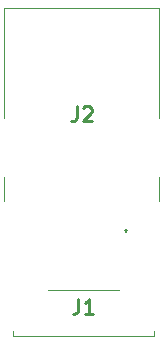
<source format=gto>
%TF.GenerationSoftware,KiCad,Pcbnew,7.0.0-da2b9df05c~163~ubuntu22.04.1*%
%TF.CreationDate,2023-02-27T17:45:44+00:00*%
%TF.ProjectId,straightusb3,73747261-6967-4687-9475-7362332e6b69,rev?*%
%TF.SameCoordinates,Original*%
%TF.FileFunction,Legend,Top*%
%TF.FilePolarity,Positive*%
%FSLAX46Y46*%
G04 Gerber Fmt 4.6, Leading zero omitted, Abs format (unit mm)*
G04 Created by KiCad (PCBNEW 7.0.0-da2b9df05c~163~ubuntu22.04.1) date 2023-02-27 17:45:44*
%MOMM*%
%LPD*%
G01*
G04 APERTURE LIST*
%ADD10C,0.254000*%
%ADD11C,0.100000*%
%ADD12C,0.200000*%
G04 APERTURE END LIST*
D10*
%TO.C,J2*%
X157394667Y-95168573D02*
X157394667Y-96075716D01*
X157394667Y-96075716D02*
X157334190Y-96257145D01*
X157334190Y-96257145D02*
X157213238Y-96378097D01*
X157213238Y-96378097D02*
X157031809Y-96438573D01*
X157031809Y-96438573D02*
X156910857Y-96438573D01*
X157938952Y-95289526D02*
X157999428Y-95229050D01*
X157999428Y-95229050D02*
X158120381Y-95168573D01*
X158120381Y-95168573D02*
X158422762Y-95168573D01*
X158422762Y-95168573D02*
X158543714Y-95229050D01*
X158543714Y-95229050D02*
X158604190Y-95289526D01*
X158604190Y-95289526D02*
X158664667Y-95410478D01*
X158664667Y-95410478D02*
X158664667Y-95531430D01*
X158664667Y-95531430D02*
X158604190Y-95712859D01*
X158604190Y-95712859D02*
X157878476Y-96438573D01*
X157878476Y-96438573D02*
X158664667Y-96438573D01*
%TO.C,J1*%
X157528667Y-111464573D02*
X157528667Y-112371716D01*
X157528667Y-112371716D02*
X157468190Y-112553145D01*
X157468190Y-112553145D02*
X157347238Y-112674097D01*
X157347238Y-112674097D02*
X157165809Y-112734573D01*
X157165809Y-112734573D02*
X157044857Y-112734573D01*
X158798667Y-112734573D02*
X158072952Y-112734573D01*
X158435809Y-112734573D02*
X158435809Y-111464573D01*
X158435809Y-111464573D02*
X158314857Y-111646002D01*
X158314857Y-111646002D02*
X158193905Y-111766954D01*
X158193905Y-111766954D02*
X158072952Y-111827430D01*
D11*
%TO.C,J2*%
X164368000Y-103161000D02*
X164368000Y-101161000D01*
X164368000Y-96162000D02*
X164368000Y-86861000D01*
X164368000Y-86861000D02*
X151268000Y-86861000D01*
D12*
X161568000Y-105794000D02*
X161568000Y-105794000D01*
X161568000Y-105594000D02*
X161568000Y-105594000D01*
D11*
X151268000Y-103161000D02*
X151268000Y-101161000D01*
X151268000Y-86861000D02*
X151268000Y-96162000D01*
D12*
X161568000Y-105594000D02*
G75*
G03*
X161568000Y-105794000I0J-100000D01*
G01*
X161568000Y-105794000D02*
G75*
G03*
X161568000Y-105594000I0J100000D01*
G01*
D11*
%TO.C,J1*%
X151952000Y-114173000D02*
X151952000Y-114633000D01*
X151952000Y-114633000D02*
X163952000Y-114633000D01*
X154952000Y-110723000D02*
X160952000Y-110723000D01*
X163952000Y-114633000D02*
X163952000Y-114173000D01*
%TD*%
M02*

</source>
